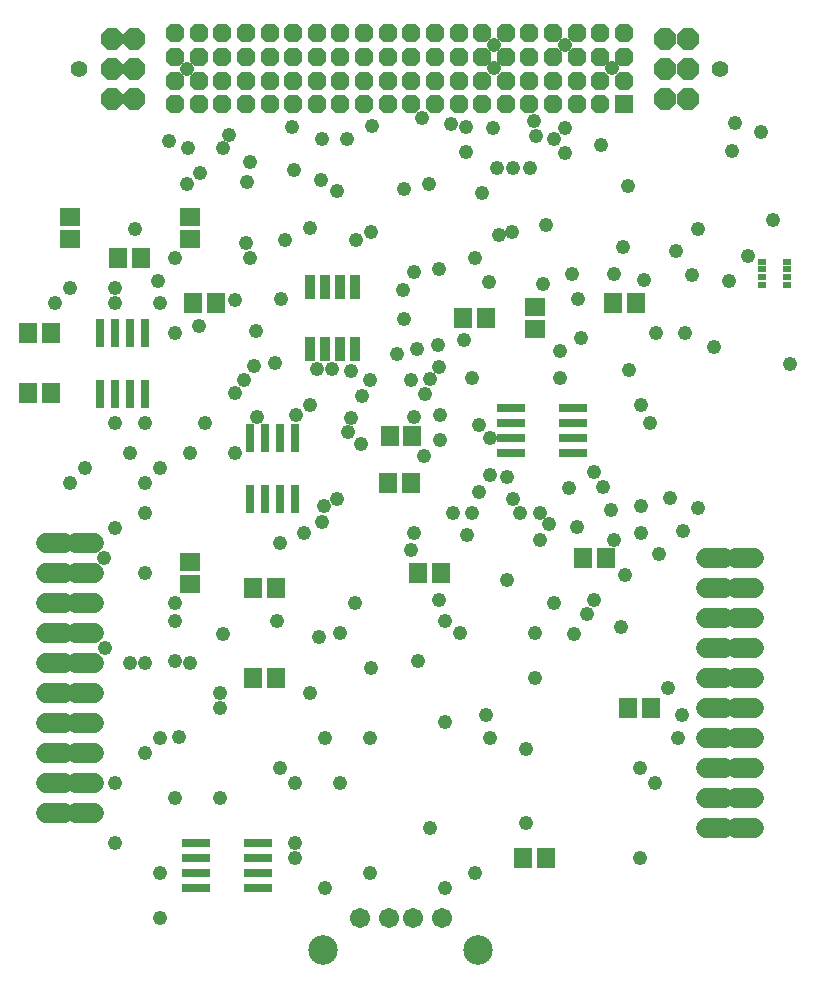
<source format=gts>
G75*
%MOIN*%
%OFA0B0*%
%FSLAX25Y25*%
%IPPOS*%
%LPD*%
%AMOC8*
5,1,8,0,0,1.08239X$1,22.5*
%
%ADD10R,0.03200X0.08300*%
%ADD11C,0.06800*%
%ADD12C,0.05524*%
%ADD13OC8,0.07296*%
%ADD14R,0.06186X0.06186*%
%ADD15OC8,0.06186*%
%ADD16R,0.05918X0.06706*%
%ADD17R,0.06706X0.05918*%
%ADD18R,0.03162X0.09461*%
%ADD19R,0.09461X0.03162*%
%ADD20R,0.02769X0.02178*%
%ADD21C,0.06737*%
%ADD22C,0.09855*%
%ADD23C,0.04762*%
D10*
X0130000Y0245650D03*
X0135000Y0245650D03*
X0140000Y0245650D03*
X0145000Y0245650D03*
X0145000Y0266250D03*
X0140000Y0266250D03*
X0135000Y0266250D03*
X0130000Y0266250D03*
D11*
X0058000Y0180950D02*
X0052000Y0180950D01*
X0048000Y0180950D02*
X0042000Y0180950D01*
X0042000Y0170950D02*
X0048000Y0170950D01*
X0052000Y0170950D02*
X0058000Y0170950D01*
X0058000Y0160950D02*
X0052000Y0160950D01*
X0048000Y0160950D02*
X0042000Y0160950D01*
X0042000Y0150950D02*
X0048000Y0150950D01*
X0052000Y0150950D02*
X0058000Y0150950D01*
X0058000Y0140950D02*
X0052000Y0140950D01*
X0048000Y0140950D02*
X0042000Y0140950D01*
X0042000Y0130950D02*
X0048000Y0130950D01*
X0052000Y0130950D02*
X0058000Y0130950D01*
X0058000Y0120950D02*
X0052000Y0120950D01*
X0048000Y0120950D02*
X0042000Y0120950D01*
X0042000Y0110950D02*
X0048000Y0110950D01*
X0052000Y0110950D02*
X0058000Y0110950D01*
X0058000Y0100950D02*
X0052000Y0100950D01*
X0048000Y0100950D02*
X0042000Y0100950D01*
X0042000Y0090950D02*
X0048000Y0090950D01*
X0052000Y0090950D02*
X0058000Y0090950D01*
X0262000Y0085950D02*
X0268000Y0085950D01*
X0272000Y0085950D02*
X0278000Y0085950D01*
X0278000Y0095950D02*
X0272000Y0095950D01*
X0268000Y0095950D02*
X0262000Y0095950D01*
X0262000Y0105950D02*
X0268000Y0105950D01*
X0272000Y0105950D02*
X0278000Y0105950D01*
X0278000Y0115950D02*
X0272000Y0115950D01*
X0268000Y0115950D02*
X0262000Y0115950D01*
X0262000Y0125950D02*
X0268000Y0125950D01*
X0272000Y0125950D02*
X0278000Y0125950D01*
X0278000Y0135950D02*
X0272000Y0135950D01*
X0268000Y0135950D02*
X0262000Y0135950D01*
X0262000Y0145950D02*
X0268000Y0145950D01*
X0272000Y0145950D02*
X0278000Y0145950D01*
X0278000Y0155950D02*
X0272000Y0155950D01*
X0268000Y0155950D02*
X0262000Y0155950D01*
X0262000Y0165950D02*
X0268000Y0165950D01*
X0272000Y0165950D02*
X0278000Y0165950D01*
X0278000Y0175950D02*
X0272000Y0175950D01*
X0268000Y0175950D02*
X0262000Y0175950D01*
D12*
X0266870Y0338942D03*
X0053130Y0338942D03*
D13*
X0063996Y0339060D03*
X0063996Y0329060D03*
X0071398Y0329060D03*
X0071398Y0339060D03*
X0071398Y0349060D03*
X0063996Y0349060D03*
X0248602Y0349056D03*
X0256004Y0349056D03*
X0256004Y0339056D03*
X0256004Y0329056D03*
X0248602Y0329056D03*
X0248602Y0339056D03*
D14*
X0234803Y0327249D03*
D15*
X0234803Y0335123D03*
X0226929Y0335123D03*
X0226929Y0327249D03*
X0219055Y0327249D03*
X0219055Y0335123D03*
X0211181Y0335123D03*
X0211181Y0327249D03*
X0203307Y0327249D03*
X0195433Y0327249D03*
X0195433Y0335123D03*
X0203307Y0335123D03*
X0203307Y0342997D03*
X0195433Y0342997D03*
X0195433Y0350871D03*
X0203307Y0350871D03*
X0211181Y0350871D03*
X0211181Y0342997D03*
X0219055Y0342997D03*
X0226929Y0342997D03*
X0226929Y0350871D03*
X0219055Y0350871D03*
X0234803Y0350871D03*
X0234803Y0342997D03*
X0187559Y0342997D03*
X0179685Y0342997D03*
X0179685Y0350871D03*
X0187559Y0350871D03*
X0187559Y0335123D03*
X0187559Y0327249D03*
X0179685Y0327249D03*
X0179685Y0335123D03*
X0171811Y0335123D03*
X0171811Y0327249D03*
X0163937Y0327249D03*
X0163937Y0335123D03*
X0156063Y0335123D03*
X0156063Y0327249D03*
X0148189Y0327249D03*
X0148189Y0335123D03*
X0140315Y0335123D03*
X0140315Y0327249D03*
X0132441Y0327249D03*
X0132441Y0335123D03*
X0124567Y0335123D03*
X0124567Y0327249D03*
X0116693Y0327249D03*
X0108819Y0327249D03*
X0108819Y0335123D03*
X0116693Y0335123D03*
X0116693Y0342997D03*
X0124567Y0342997D03*
X0124567Y0350871D03*
X0116693Y0350871D03*
X0108819Y0350871D03*
X0108819Y0342997D03*
X0100945Y0342997D03*
X0093071Y0342997D03*
X0093071Y0350871D03*
X0100945Y0350871D03*
X0100945Y0335123D03*
X0100945Y0327249D03*
X0093071Y0327249D03*
X0093071Y0335123D03*
X0085197Y0335123D03*
X0085197Y0327249D03*
X0085197Y0342997D03*
X0085197Y0350871D03*
X0132441Y0350871D03*
X0132441Y0342997D03*
X0140315Y0342997D03*
X0140315Y0350871D03*
X0148189Y0350871D03*
X0148189Y0342997D03*
X0156063Y0342997D03*
X0156063Y0350871D03*
X0163937Y0350871D03*
X0163937Y0342997D03*
X0171811Y0342997D03*
X0171811Y0350871D03*
D16*
X0231260Y0260950D03*
X0238740Y0260950D03*
X0188740Y0255950D03*
X0181260Y0255950D03*
X0164190Y0216850D03*
X0156710Y0216850D03*
X0156260Y0200950D03*
X0163740Y0200950D03*
X0166260Y0170950D03*
X0173740Y0170950D03*
X0221260Y0175950D03*
X0228740Y0175950D03*
X0236260Y0125950D03*
X0243740Y0125950D03*
X0208740Y0075950D03*
X0201260Y0075950D03*
X0118740Y0135950D03*
X0111260Y0135950D03*
X0111260Y0165950D03*
X0118740Y0165950D03*
X0043740Y0230950D03*
X0036260Y0230950D03*
X0036260Y0250950D03*
X0043740Y0250950D03*
X0066260Y0275950D03*
X0073740Y0275950D03*
X0091260Y0260950D03*
X0098740Y0260950D03*
D17*
X0090000Y0282210D03*
X0090000Y0289690D03*
X0050000Y0289690D03*
X0050000Y0282210D03*
X0090000Y0174690D03*
X0090000Y0167210D03*
X0205000Y0252210D03*
X0205000Y0259690D03*
D18*
X0125000Y0216186D03*
X0120000Y0216186D03*
X0115000Y0216186D03*
X0110000Y0216186D03*
X0110000Y0195714D03*
X0115000Y0195714D03*
X0120000Y0195714D03*
X0125000Y0195714D03*
X0075000Y0230714D03*
X0070000Y0230714D03*
X0065000Y0230714D03*
X0060000Y0230714D03*
X0060000Y0251186D03*
X0065000Y0251186D03*
X0070000Y0251186D03*
X0075000Y0251186D03*
D19*
X0197264Y0225950D03*
X0197264Y0220950D03*
X0197264Y0215950D03*
X0197264Y0210950D03*
X0217736Y0210950D03*
X0217736Y0215950D03*
X0217736Y0220950D03*
X0217736Y0225950D03*
X0112736Y0080950D03*
X0112736Y0075950D03*
X0112736Y0070950D03*
X0112736Y0065950D03*
X0092264Y0065950D03*
X0092264Y0070950D03*
X0092264Y0075950D03*
X0092264Y0080950D03*
D20*
X0280965Y0267111D03*
X0280965Y0269670D03*
X0280965Y0272230D03*
X0280965Y0274789D03*
X0289035Y0274789D03*
X0289035Y0272230D03*
X0289035Y0269670D03*
X0289035Y0267111D03*
D21*
X0174230Y0056142D03*
X0164387Y0056142D03*
X0156513Y0056142D03*
X0146670Y0056142D03*
D22*
X0134584Y0045472D03*
X0186316Y0045472D03*
D23*
X0065000Y0080950D03*
X0080000Y0070950D03*
X0080000Y0055950D03*
X0085000Y0095950D03*
X0075000Y0110950D03*
X0080000Y0115950D03*
X0086375Y0116275D03*
X0100000Y0125950D03*
X0100000Y0130950D03*
X0090000Y0140950D03*
X0085250Y0141700D03*
X0075000Y0140950D03*
X0070000Y0140950D03*
X0061800Y0145950D03*
X0085250Y0155200D03*
X0085000Y0160950D03*
X0075000Y0170950D03*
X0061575Y0175950D03*
X0065000Y0185950D03*
X0075000Y0190950D03*
X0075000Y0200950D03*
X0080000Y0205950D03*
X0090000Y0210950D03*
X0095000Y0220950D03*
X0105000Y0230950D03*
X0108200Y0235525D03*
X0111350Y0240025D03*
X0118425Y0240900D03*
X0112250Y0251725D03*
X0105275Y0262075D03*
X0110000Y0275950D03*
X0108875Y0281200D03*
X0121925Y0282100D03*
X0130025Y0285925D03*
X0139025Y0298525D03*
X0133850Y0302125D03*
X0124775Y0305500D03*
X0134075Y0315625D03*
X0142400Y0315850D03*
X0150725Y0319900D03*
X0167600Y0322600D03*
X0177275Y0320575D03*
X0182225Y0319675D03*
X0182000Y0311350D03*
X0191225Y0319450D03*
X0192350Y0305950D03*
X0197750Y0305950D03*
X0203375Y0305950D03*
X0205400Y0316750D03*
X0204725Y0321700D03*
X0211475Y0315850D03*
X0215075Y0319450D03*
X0215000Y0310950D03*
X0227000Y0313600D03*
X0236225Y0300100D03*
X0234650Y0279850D03*
X0231500Y0270850D03*
X0241625Y0268825D03*
X0252200Y0278500D03*
X0257375Y0270400D03*
X0269750Y0268375D03*
X0276050Y0276700D03*
X0284375Y0288850D03*
X0270725Y0311625D03*
X0271775Y0321025D03*
X0280325Y0318100D03*
X0259400Y0285700D03*
X0255000Y0250950D03*
X0245450Y0251050D03*
X0236450Y0238675D03*
X0240500Y0227200D03*
X0243650Y0220900D03*
X0227675Y0199750D03*
X0224750Y0204700D03*
X0216425Y0199300D03*
X0206750Y0191200D03*
X0209675Y0187375D03*
X0206750Y0182200D03*
X0200000Y0191200D03*
X0197750Y0195700D03*
X0195950Y0202900D03*
X0190100Y0203800D03*
X0186500Y0197950D03*
X0184250Y0191200D03*
X0177750Y0190950D03*
X0182450Y0183550D03*
X0195950Y0168700D03*
X0211475Y0161050D03*
X0222500Y0157450D03*
X0224750Y0161950D03*
X0233750Y0152950D03*
X0218000Y0150700D03*
X0205000Y0150950D03*
X0205000Y0135950D03*
X0190000Y0115950D03*
X0188750Y0123700D03*
X0175250Y0121450D03*
X0166250Y0141700D03*
X0150500Y0139450D03*
X0140000Y0150950D03*
X0133175Y0149575D03*
X0119000Y0155200D03*
X0101000Y0150700D03*
X0130000Y0130950D03*
X0135000Y0115950D03*
X0150000Y0115950D03*
X0140000Y0100950D03*
X0125000Y0100950D03*
X0120000Y0105950D03*
X0100000Y0095950D03*
X0125000Y0080950D03*
X0125000Y0075950D03*
X0135000Y0065950D03*
X0150000Y0070950D03*
X0170000Y0085950D03*
X0185000Y0070950D03*
X0175000Y0065950D03*
X0202250Y0087700D03*
X0202250Y0112450D03*
X0180000Y0150950D03*
X0175250Y0155200D03*
X0173000Y0161950D03*
X0163875Y0178700D03*
X0164900Y0184450D03*
X0168275Y0209875D03*
X0173450Y0215275D03*
X0173450Y0223600D03*
X0168500Y0230575D03*
X0170175Y0235725D03*
X0173225Y0239575D03*
X0172775Y0247000D03*
X0165800Y0245650D03*
X0159050Y0244075D03*
X0163775Y0235300D03*
X0164675Y0223150D03*
X0147350Y0229900D03*
X0150050Y0235300D03*
X0143975Y0238450D03*
X0137450Y0238900D03*
X0132500Y0239125D03*
X0130250Y0227200D03*
X0125525Y0223600D03*
X0112475Y0222925D03*
X0105000Y0210950D03*
X0120000Y0180950D03*
X0128000Y0184450D03*
X0134075Y0188050D03*
X0134750Y0193450D03*
X0139250Y0195700D03*
X0147125Y0213925D03*
X0142850Y0217975D03*
X0143750Y0222700D03*
X0161525Y0255775D03*
X0161125Y0265225D03*
X0164675Y0271300D03*
X0173000Y0272425D03*
X0185000Y0275950D03*
X0189875Y0267925D03*
X0193025Y0283675D03*
X0197525Y0284800D03*
X0187625Y0297625D03*
X0169775Y0300725D03*
X0161525Y0298975D03*
X0150400Y0284600D03*
X0145325Y0281875D03*
X0120350Y0262525D03*
X0093125Y0253525D03*
X0085000Y0250950D03*
X0080000Y0260950D03*
X0079625Y0268375D03*
X0085000Y0275950D03*
X0071750Y0285700D03*
X0065000Y0265950D03*
X0065000Y0260950D03*
X0050000Y0265950D03*
X0045000Y0260950D03*
X0065000Y0220950D03*
X0070000Y0210950D03*
X0075000Y0220950D03*
X0055000Y0205950D03*
X0050000Y0200950D03*
X0065000Y0100950D03*
X0145000Y0160950D03*
X0190100Y0215950D03*
X0186500Y0220450D03*
X0184250Y0236200D03*
X0181325Y0248575D03*
X0207875Y0267250D03*
X0217325Y0270850D03*
X0219350Y0262525D03*
X0220475Y0249475D03*
X0213500Y0245200D03*
X0213500Y0236200D03*
X0230600Y0192100D03*
X0231500Y0182200D03*
X0240500Y0184450D03*
X0240500Y0193450D03*
X0250000Y0195950D03*
X0259325Y0192700D03*
X0254450Y0185125D03*
X0246350Y0177475D03*
X0235100Y0170275D03*
X0219100Y0186400D03*
X0249500Y0132700D03*
X0254000Y0123700D03*
X0252750Y0115950D03*
X0240000Y0105950D03*
X0245000Y0100950D03*
X0240000Y0075950D03*
X0290000Y0240700D03*
X0264800Y0246325D03*
X0208775Y0287050D03*
X0191450Y0339250D03*
X0191450Y0346900D03*
X0215075Y0346900D03*
X0230825Y0339250D03*
X0124175Y0319675D03*
X0110000Y0308200D03*
X0109100Y0301225D03*
X0101000Y0312700D03*
X0103250Y0317200D03*
X0093575Y0304375D03*
X0089075Y0300775D03*
X0089525Y0312700D03*
X0083000Y0314950D03*
X0089075Y0339025D03*
M02*

</source>
